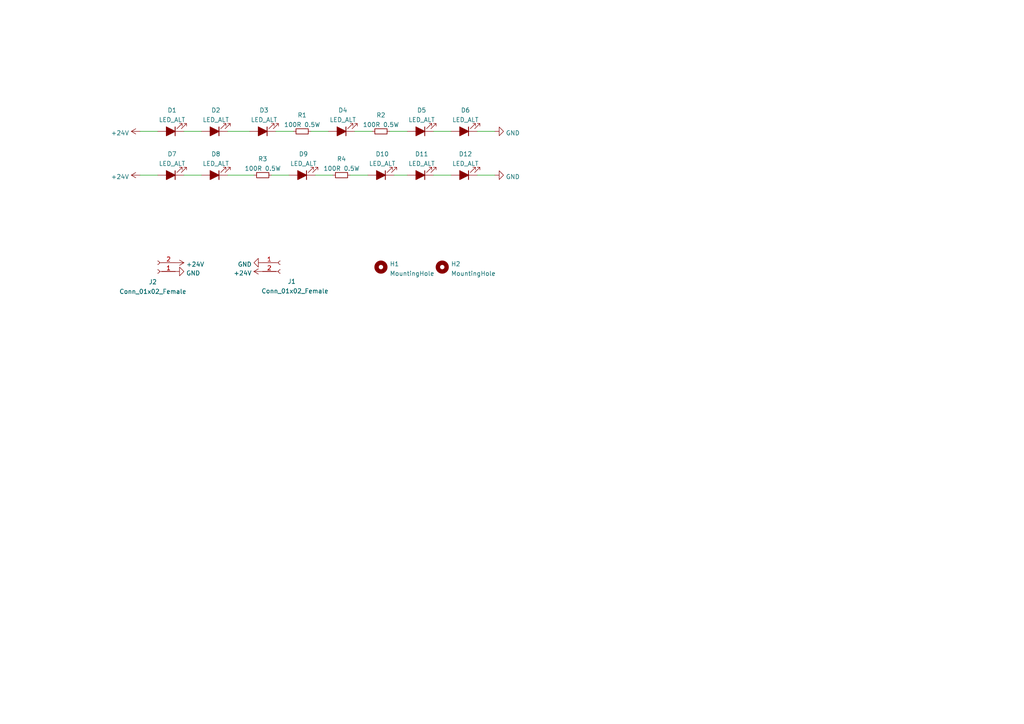
<source format=kicad_sch>
(kicad_sch (version 20211123) (generator eeschema)
  (paper "A4")
  (lib_symbols
    (symbol "Connector:Conn_01x02_Female" (pin_names (offset 1.016) hide)
      (property "Reference" "J" (at 0 2.54 0))
      (property "Value" "Conn_01x02_Female" (at 0 -5.08 0))
      (symbol "Conn_01x02_Female_1_1"
        (arc (start 0 -2.032) (mid -0.508 -2.54) (end 0 -3.048) (stroke (width 0.1524)))
        (polyline (pts (xy -1.27 -2.54) (xy -0.508 -2.54)) (stroke (width 0.1524)))
        (polyline (pts (xy -1.27 0) (xy -0.508 0)) (stroke (width 0.1524)))
        (arc (start 0 0.508) (mid -0.508 0) (end 0 -0.508) (stroke (width 0.1524)))
        (pin passive line (at -5.08 0 0) (length 3.81) (name "Pin_1") (number "1"))
        (pin passive line (at -5.08 -2.54 0) (length 3.81) (name "Pin_2") (number "2"))
      )
    )
    (symbol "Device:LED_ALT" (pin_numbers hide) (pin_names (offset 1.016) hide)
      (property "Reference" "D" (at 0 2.54 0))
      (property "Value" "LED_ALT" (at 0 -2.54 0))
      (symbol "LED_ALT_0_1"
        (polyline (pts (xy -1.27 -1.27) (xy -1.27 1.27)) (stroke (width 0.254)))
        (polyline (pts (xy -1.27 0) (xy 1.27 0)))
        (polyline (pts (xy 1.27 -1.27) (xy 1.27 1.27) (xy -1.27 0) (xy 1.27 -1.27)) (stroke (width 0.254)) (fill (type outline)))
        (polyline (pts (xy -3.048 -0.762) (xy -4.572 -2.286) (xy -3.81 -2.286) (xy -4.572 -2.286) (xy -4.572 -1.524)))
        (polyline (pts (xy -1.778 -0.762) (xy -3.302 -2.286) (xy -2.54 -2.286) (xy -3.302 -2.286) (xy -3.302 -1.524)))
      )
      (symbol "LED_ALT_1_1"
        (pin passive line (at -3.81 0 0) (length 2.54) (name "K") (number "1"))
        (pin passive line (at 3.81 0 180) (length 2.54) (name "A") (number "2"))
      )
    )
    (symbol "Device:R_Small" (pin_numbers hide) (pin_names (offset 0.254) hide)
      (property "Reference" "R" (at 0.762 0.508 0))
      (property "Value" "R_Small" (at 0.762 -1.016 0))
      (symbol "R_Small_0_1"
        (rectangle (start -0.762 1.778) (end 0.762 -1.778) (stroke (width 0.2032)))
      )
      (symbol "R_Small_1_1"
        (pin passive line (at 0 2.54 270) (length 0.762) (name "~") (number "1"))
        (pin passive line (at 0 -2.54 90) (length 0.762) (name "~") (number "2"))
      )
    )
    (symbol "Mechanical:MountingHole" (pin_names (offset 1.016))
      (property "Reference" "H" (at 0 5.08 0))
      (property "Value" "MountingHole" (at 0 3.175 0))
      (symbol "MountingHole_0_1"
        (circle (center 0 0) (radius 1.27) (stroke (width 1.27)))
      )
    )
    (symbol "power:+24V" (power) (pin_names (offset 0))
      (property "Value" "+24V" (at 0 3.556 0))
      (symbol "+24V_0_1"
        (polyline (pts (xy -0.762 1.27) (xy 0 2.54)))
        (polyline (pts (xy 0 0) (xy 0 2.54)))
        (polyline (pts (xy 0 2.54) (xy 0.762 1.27)))
      )
      (symbol "+24V_1_1"
        (pin power_in line (at 0 0 90) (length 0) hide (name "+24V") (number "1"))
      )
    )
    (symbol "power:GND" (power) (pin_names (offset 0))
      (property "Value" "GND" (at 0 -3.81 0))
      (symbol "GND_0_1"
        (polyline (pts (xy 0 0) (xy 0 -1.27) (xy 1.27 -1.27) (xy 0 -2.54) (xy -1.27 -1.27) (xy 0 -1.27)))
      )
      (symbol "GND_1_1"
        (pin power_in line (at 0 0 270) (length 0) hide (name "GND") (number "1"))
      )
    )
  )
  (wire (pts (xy 125.73 50.8) (xy 130.81 50.8)))
  (wire (pts (xy 138.43 38.1) (xy 143.51 38.1)))
  (wire (pts (xy 66.04 38.1) (xy 72.39 38.1)))
  (wire (pts (xy 125.73 38.1) (xy 130.81 38.1)))
  (wire (pts (xy 53.34 38.1) (xy 58.42 38.1)))
  (wire (pts (xy 91.44 50.8) (xy 96.52 50.8)))
  (wire (pts (xy 78.74 50.8) (xy 83.82 50.8)))
  (wire (pts (xy 101.6 50.8) (xy 106.68 50.8)))
  (wire (pts (xy 114.3 50.8) (xy 118.11 50.8)))
  (wire (pts (xy 138.43 50.8) (xy 143.51 50.8)))
  (wire (pts (xy 40.64 38.1) (xy 45.72 38.1)))
  (wire (pts (xy 102.87 38.1) (xy 107.95 38.1)))
  (wire (pts (xy 90.17 38.1) (xy 95.25 38.1)))
  (wire (pts (xy 53.34 50.8) (xy 58.42 50.8)))
  (wire (pts (xy 66.04 50.8) (xy 73.66 50.8)))
  (wire (pts (xy 40.64 50.8) (xy 45.72 50.8)))
  (wire (pts (xy 113.03 38.1) (xy 118.11 38.1)))
  (wire (pts (xy 80.01 38.1) (xy 85.09 38.1)))
  (symbol (lib_id "Connector:Conn_01x02_Female") (at 45.72 78.74 180) (unit 1)
    (property "Reference" "J2" (at 44.3357 81.7839 0))
    (property "Value" "Conn_01x02_Female" (at 44.3357 84.559 0))
    (property "Footprint" "Daylight:PinHeader_1x02_P2.54mm_Horizontal" (effects hide))
  )
  (symbol (lib_id "Device:LED_ALT") (at 62.23 50.8 180) (unit 1)
    (property "Reference" "D8" (at 62.6109 44.6745 0))
    (property "Value" "LED_ALT" (at 62.6109 47.4496 0))
    (property "Footprint" "Daylight:LED_PLCC_2835_Handsoldering" (effects hide))
    (property "LCSC" "C182223" (effects hide))
  )
  (symbol (lib_id "power:GND") (at 143.51 50.8 90) (unit 1)
    (property "Reference" "#PWR0102" (effects hide))
    (property "Value" "GND" (at 146.685 51.279 90) (effects (justify right)))
  )
  (symbol (lib_id "power:GND") (at 50.8 78.74 90) (unit 1)
    (property "Reference" "#PWR0107" (effects hide))
    (property "Value" "GND" (at 53.975 79.219 90) (effects (justify right)))
  )
  (symbol (lib_id "Device:LED_ALT") (at 76.2 38.1 180) (unit 1)
    (property "Reference" "D3" (at 76.5809 31.9745 0))
    (property "Value" "LED_ALT" (at 76.5809 34.7496 0))
    (property "Footprint" "Daylight:LED_PLCC_2835_Handsoldering" (effects hide))
    (property "LCSC" "C182223" (effects hide))
  )
  (symbol (lib_id "Device:LED_ALT") (at 87.63 50.8 180) (unit 1)
    (property "Reference" "D9" (at 88.0109 44.6745 0))
    (property "Value" "LED_ALT" (at 88.0109 47.4496 0))
    (property "Footprint" "Daylight:LED_PLCC_2835_Handsoldering" (effects hide))
    (property "LCSC" "C182223" (effects hide))
  )
  (symbol (lib_id "Device:LED_ALT") (at 62.23 38.1 180) (unit 1)
    (property "Reference" "D2" (at 62.6109 31.9745 0))
    (property "Value" "LED_ALT" (at 62.6109 34.7496 0))
    (property "Footprint" "Daylight:LED_PLCC_2835_Handsoldering" (effects hide))
    (property "LCSC" "C182223" (effects hide))
  )
  (symbol (lib_id "Device:R_Small") (at 76.2 50.8 270) (unit 1)
    (property "Reference" "R3" (at 76.2 46.0969 90))
    (property "Value" "100R 0.5W" (at 76.2 48.872 90))
    (property "Footprint" "Daylight:R_1210_3225Metric_Pad1.30x2.65mm_HandSolder" (effects hide))
    (property "LCSC" "C137089" (effects hide))
  )
  (symbol (lib_id "Device:LED_ALT") (at 121.92 50.8 180) (unit 1)
    (property "Reference" "D11" (at 122.3009 44.6745 0))
    (property "Value" "LED_ALT" (at 122.3009 47.4496 0))
    (property "Footprint" "Daylight:LED_PLCC_2835_Handsoldering" (effects hide))
    (property "LCSC" "C182223" (effects hide))
  )
  (symbol (lib_id "power:+24V") (at 40.64 50.8 90) (unit 1)
    (property "Reference" "#PWR0105" (effects hide))
    (property "Value" "+24V" (at 37.465 51.279 90) (effects (justify left)))
  )
  (symbol (lib_id "Mechanical:MountingHole") (at 128.27 77.47 0) (unit 1)
    (property "Reference" "H2" (at 130.81 76.5615 0) (effects (justify left)))
    (property "Value" "MountingHole" (at 130.81 79.3366 0) (effects (justify left)))
    (property "Footprint" "MountingHole:MountingHole_3.2mm_M3_Pad_Via" (effects hide))
  )
  (symbol (lib_id "Device:LED_ALT") (at 49.53 38.1 180) (unit 1)
    (property "Reference" "D1" (at 49.9109 31.9745 0))
    (property "Value" "LED_ALT" (at 49.9109 34.7496 0))
    (property "Footprint" "Daylight:LED_PLCC_2835_Handsoldering" (effects hide))
    (property "LCSC" "C182223" (effects hide))
  )
  (symbol (lib_id "Device:LED_ALT") (at 134.62 38.1 180) (unit 1)
    (property "Reference" "D6" (at 135.0009 31.9745 0))
    (property "Value" "LED_ALT" (at 135.0009 34.7496 0))
    (property "Footprint" "Daylight:LED_PLCC_2835_Handsoldering" (effects hide))
    (property "LCSC" "C182223" (effects hide))
  )
  (symbol (lib_id "power:+24V") (at 76.2 78.74 90) (unit 1)
    (property "Reference" "#PWR0110" (effects hide))
    (property "Value" "+24V" (at 73.025 79.219 90) (effects (justify left)))
  )
  (symbol (lib_id "power:GND") (at 76.2 76.2 270) (unit 1)
    (property "Reference" "#PWR0109" (effects hide))
    (property "Value" "GND" (at 73.025 76.679 90) (effects (justify right)))
  )
  (symbol (lib_id "power:+24V") (at 50.8 76.2 270) (unit 1)
    (property "Reference" "#PWR0108" (effects hide))
    (property "Value" "+24V" (at 53.9749 76.679 90) (effects (justify left)))
  )
  (symbol (lib_id "Device:LED_ALT") (at 134.62 50.8 180) (unit 1)
    (property "Reference" "D12" (at 135.0009 44.6745 0))
    (property "Value" "LED_ALT" (at 135.0009 47.4496 0))
    (property "Footprint" "Daylight:LED_PLCC_2835_Handsoldering" (effects hide))
    (property "LCSC" "C182223" (effects hide))
  )
  (symbol (lib_id "Device:LED_ALT") (at 99.06 38.1 180) (unit 1)
    (property "Reference" "D4" (at 99.4409 31.9745 0))
    (property "Value" "LED_ALT" (at 99.4409 34.7496 0))
    (property "Footprint" "Daylight:LED_PLCC_2835_Handsoldering" (effects hide))
    (property "LCSC" "C182223" (effects hide))
  )
  (symbol (lib_id "Device:LED_ALT") (at 121.92 38.1 180) (unit 1)
    (property "Reference" "D5" (at 122.3009 31.9745 0))
    (property "Value" "LED_ALT" (at 122.3009 34.7496 0))
    (property "Footprint" "Daylight:LED_PLCC_2835_Handsoldering" (effects hide))
    (property "LCSC" "C182223" (effects hide))
  )
  (symbol (lib_id "power:GND") (at 143.51 38.1 90) (unit 1)
    (property "Reference" "#PWR0101" (effects hide))
    (property "Value" "GND" (at 146.685 38.579 90) (effects (justify right)))
  )
  (symbol (lib_id "Device:R_Small") (at 87.63 38.1 270) (unit 1)
    (property "Reference" "R1" (at 87.63 33.3969 90))
    (property "Value" "100R 0.5W" (at 87.63 36.172 90))
    (property "Footprint" "Daylight:R_1210_3225Metric_Pad1.30x2.65mm_HandSolder" (effects hide))
    (property "LCSC" "C137089" (effects hide))
  )
  (symbol (lib_id "Device:R_Small") (at 110.49 38.1 270) (unit 1)
    (property "Reference" "R2" (at 110.49 33.3969 90))
    (property "Value" "100R 0.5W" (at 110.49 36.172 90))
    (property "Footprint" "Daylight:R_1210_3225Metric_Pad1.30x2.65mm_HandSolder" (effects hide))
    (property "LCSC" "C137089" (effects hide))
  )
  (symbol (lib_id "power:+24V") (at 40.64 38.1 90) (unit 1)
    (property "Reference" "#PWR0104" (effects hide))
    (property "Value" "+24V" (at 37.465 38.579 90) (effects (justify left)))
  )
  (symbol (lib_id "Connector:Conn_01x02_Female") (at 81.28 76.2 0) (unit 1)
    (property "Reference" "J1" (at 83.4136 81.6415 0) (effects (justify left)))
    (property "Value" "Conn_01x02_Female" (at 75.7936 84.4166 0) (effects (justify left)))
    (property "Footprint" "Daylight:PinHeader_1x02_P2.54mm_Horizontal_mirrored" (effects hide))
  )
  (symbol (lib_id "Mechanical:MountingHole") (at 110.49 77.47 0) (unit 1)
    (property "Reference" "H1" (at 113.03 76.5615 0) (effects (justify left)))
    (property "Value" "MountingHole" (at 113.03 79.3366 0) (effects (justify left)))
    (property "Footprint" "MountingHole:MountingHole_3.2mm_M3_Pad_Via" (effects hide))
  )
  (symbol (lib_id "Device:R_Small") (at 99.06 50.8 270) (unit 1)
    (property "Reference" "R4" (at 99.06 46.0969 90))
    (property "Value" "100R 0.5W" (at 99.06 48.872 90))
    (property "Footprint" "Daylight:R_1210_3225Metric_Pad1.30x2.65mm_HandSolder" (effects hide))
    (property "LCSC" "C137089" (effects hide))
  )
  (symbol (lib_id "Device:LED_ALT") (at 49.53 50.8 180) (unit 1)
    (property "Reference" "D7" (at 49.9109 44.6745 0))
    (property "Value" "LED_ALT" (at 49.9109 47.4496 0))
    (property "Footprint" "Daylight:LED_PLCC_2835_Handsoldering" (effects hide))
    (property "LCSC" "C182223" (effects hide))
  )
  (symbol (lib_id "Device:LED_ALT") (at 110.49 50.8 180) (unit 1)
    (property "Reference" "D10" (at 110.8709 44.6745 0))
    (property "Value" "LED_ALT" (at 110.8709 47.4496 0))
    (property "Footprint" "Daylight:LED_PLCC_2835_Handsoldering" (effects hide))
    (property "LCSC" "C182223" (effects hide))
  )
)
</source>
